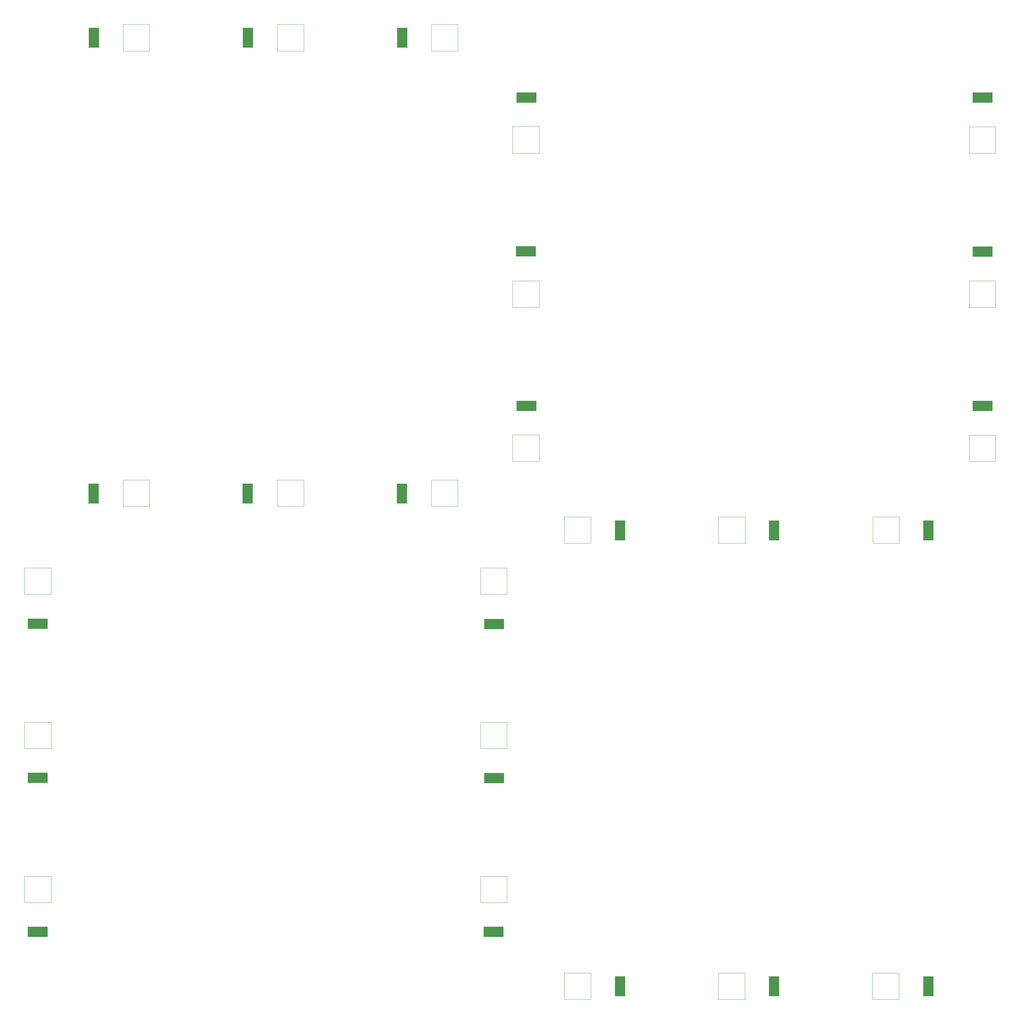
<source format=gbr>
G04 #@! TF.GenerationSoftware,KiCad,Pcbnew,5.1.4-e60b266~84~ubuntu18.04.1*
G04 #@! TF.CreationDate,2019-11-18T12:55:32-05:00*
G04 #@! TF.ProjectId,data_pod_battery_board,64617461-5f70-46f6-945f-626174746572,1*
G04 #@! TF.SameCoordinates,Original*
G04 #@! TF.FileFunction,Paste,Bot*
G04 #@! TF.FilePolarity,Positive*
%FSLAX46Y46*%
G04 Gerber Fmt 4.6, Leading zero omitted, Abs format (unit mm)*
G04 Created by KiCad (PCBNEW 5.1.4-e60b266~84~ubuntu18.04.1) date 2019-11-18 12:55:32*
%MOMM*%
%LPD*%
G04 APERTURE LIST*
%ADD10C,0.120000*%
%ADD11R,6.000000X3.048000*%
%ADD12R,3.048000X6.000000*%
G04 APERTURE END LIST*
D10*
X317500652Y-209147848D02*
X317500652Y-201247848D01*
X325400652Y-209147848D02*
X317500652Y-209147848D01*
X325400652Y-201247848D02*
X325400652Y-209147848D01*
X317500652Y-201247848D02*
X325400652Y-201247848D01*
X325340652Y-337427848D02*
X325340652Y-345327848D01*
X317440652Y-337427848D02*
X325340652Y-337427848D01*
X317440652Y-345327848D02*
X317440652Y-337427848D01*
X325340652Y-345327848D02*
X317440652Y-345327848D01*
X263918152Y-184717848D02*
X256018152Y-184717848D01*
X263918152Y-176817848D02*
X263918152Y-184717848D01*
X256018152Y-176817848D02*
X263918152Y-176817848D01*
X256018152Y-184717848D02*
X256018152Y-176817848D01*
X392308152Y-176877848D02*
X400208152Y-176877848D01*
X392308152Y-184777848D02*
X392308152Y-176877848D01*
X400208152Y-184777848D02*
X392308152Y-184777848D01*
X400208152Y-176877848D02*
X400208152Y-184777848D01*
X363505652Y-209147848D02*
X363505652Y-201247848D01*
X371405652Y-209147848D02*
X363505652Y-209147848D01*
X371405652Y-201247848D02*
X371405652Y-209147848D01*
X363505652Y-201247848D02*
X371405652Y-201247848D01*
X271495652Y-209147848D02*
X271495652Y-201247848D01*
X279395652Y-209147848D02*
X271495652Y-209147848D01*
X279395652Y-201247848D02*
X279395652Y-209147848D01*
X271495652Y-201247848D02*
X279395652Y-201247848D01*
X371345652Y-337427848D02*
X371345652Y-345327848D01*
X363445652Y-337427848D02*
X371345652Y-337427848D01*
X363445652Y-345327848D02*
X363445652Y-337427848D01*
X371345652Y-345327848D02*
X363445652Y-345327848D01*
X279335652Y-337427848D02*
X279335652Y-345327848D01*
X271435652Y-337427848D02*
X279335652Y-337427848D01*
X271435652Y-345327848D02*
X271435652Y-337427848D01*
X279335652Y-345327848D02*
X271435652Y-345327848D01*
X263918152Y-92707848D02*
X256018152Y-92707848D01*
X263918152Y-84807848D02*
X263918152Y-92707848D01*
X256018152Y-84807848D02*
X263918152Y-84807848D01*
X256018152Y-92707848D02*
X256018152Y-84807848D01*
X185770652Y-198147848D02*
X185770652Y-190247848D01*
X193670652Y-198147848D02*
X185770652Y-198147848D01*
X193670652Y-190247848D02*
X193670652Y-198147848D01*
X185770652Y-190247848D02*
X193670652Y-190247848D01*
X254308152Y-224437848D02*
X246408152Y-224437848D01*
X254308152Y-216537848D02*
X254308152Y-224437848D01*
X246408152Y-216537848D02*
X254308152Y-216537848D01*
X246408152Y-224437848D02*
X246408152Y-216537848D01*
X254308152Y-316447848D02*
X246408152Y-316447848D01*
X254308152Y-308547848D02*
X254308152Y-316447848D01*
X246408152Y-308547848D02*
X254308152Y-308547848D01*
X246408152Y-316447848D02*
X246408152Y-308547848D01*
X392308152Y-84867848D02*
X400208152Y-84867848D01*
X392308152Y-92767848D02*
X392308152Y-84867848D01*
X400208152Y-92767848D02*
X392308152Y-92767848D01*
X400208152Y-84867848D02*
X400208152Y-92767848D01*
X185770652Y-54337848D02*
X193670652Y-54337848D01*
X193670652Y-54337848D02*
X193670652Y-62237848D01*
X193670652Y-62237848D02*
X185770652Y-62237848D01*
X185770652Y-62237848D02*
X185770652Y-54337848D01*
X110318152Y-224437848D02*
X110318152Y-216537848D01*
X110318152Y-216537848D02*
X118218152Y-216537848D01*
X118218152Y-216537848D02*
X118218152Y-224437848D01*
X118218152Y-224437848D02*
X110318152Y-224437848D01*
X118218152Y-316447848D02*
X110318152Y-316447848D01*
X118218152Y-308547848D02*
X118218152Y-316447848D01*
X110318152Y-308547848D02*
X118218152Y-308547848D01*
X110318152Y-316447848D02*
X110318152Y-308547848D01*
X263918152Y-138712848D02*
X256018152Y-138712848D01*
X263918152Y-130812848D02*
X263918152Y-138712848D01*
X256018152Y-130812848D02*
X263918152Y-130812848D01*
X256018152Y-138712848D02*
X256018152Y-130812848D01*
X231775652Y-198147848D02*
X231775652Y-190247848D01*
X239675652Y-198147848D02*
X231775652Y-198147848D01*
X239675652Y-190247848D02*
X239675652Y-198147848D01*
X231775652Y-190247848D02*
X239675652Y-190247848D01*
X139765652Y-198147848D02*
X139765652Y-190247848D01*
X147665652Y-198147848D02*
X139765652Y-198147848D01*
X147665652Y-190247848D02*
X147665652Y-198147848D01*
X139765652Y-190247848D02*
X147665652Y-190247848D01*
X254308152Y-270442848D02*
X246408152Y-270442848D01*
X254308152Y-262542848D02*
X254308152Y-270442848D01*
X246408152Y-262542848D02*
X254308152Y-262542848D01*
X246408152Y-270442848D02*
X246408152Y-262542848D01*
X392308152Y-130872848D02*
X400208152Y-130872848D01*
X392308152Y-138772848D02*
X392308152Y-130872848D01*
X400208152Y-138772848D02*
X392308152Y-138772848D01*
X400208152Y-130872848D02*
X400208152Y-138772848D01*
X231775652Y-62237848D02*
X231775652Y-54337848D01*
X239675652Y-62237848D02*
X231775652Y-62237848D01*
X239675652Y-54337848D02*
X239675652Y-62237848D01*
X231775652Y-54337848D02*
X239675652Y-54337848D01*
X139765652Y-62237848D02*
X139765652Y-54337848D01*
X147665652Y-62237848D02*
X139765652Y-62237848D01*
X147665652Y-54337848D02*
X147665652Y-62237848D01*
X139765652Y-54337848D02*
X147665652Y-54337848D01*
X118218152Y-270442848D02*
X110318152Y-270442848D01*
X118218152Y-262542848D02*
X118218152Y-270442848D01*
X110318152Y-262542848D02*
X118218152Y-262542848D01*
X110318152Y-270442848D02*
X110318152Y-262542848D01*
D11*
X396258152Y-168137848D03*
X260148152Y-168137848D03*
D12*
X334080652Y-341377848D03*
X334080652Y-205377848D03*
X380085652Y-341377848D03*
X288075652Y-341377848D03*
X380085652Y-205377848D03*
X288075652Y-205377848D03*
D11*
X396258152Y-76127848D03*
D12*
X177030652Y-58287848D03*
D11*
X114268152Y-233177848D03*
X114268152Y-325187848D03*
X260148152Y-76127848D03*
D12*
X176950652Y-194377848D03*
D11*
X250538152Y-233257848D03*
X250358152Y-325187848D03*
X396258152Y-122132848D03*
D12*
X223035652Y-58287848D03*
X131025652Y-58287848D03*
D11*
X114268152Y-279182848D03*
X259968152Y-122052848D03*
D12*
X222955652Y-194377848D03*
X130945652Y-194377848D03*
D11*
X250538152Y-279262848D03*
M02*

</source>
